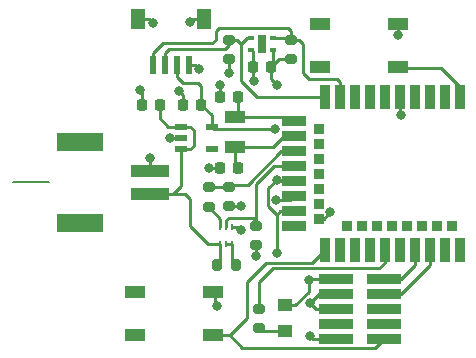
<source format=gbr>
%TF.GenerationSoftware,KiCad,Pcbnew,7.0.11-7.0.11~ubuntu22.04.1*%
%TF.CreationDate,2024-06-09T19:30:32+02:00*%
%TF.ProjectId,E73-2G4M08S1C-52840,4537332d-3247-4344-9d30-385331432d35,rev?*%
%TF.SameCoordinates,Original*%
%TF.FileFunction,Copper,L1,Top*%
%TF.FilePolarity,Positive*%
%FSLAX46Y46*%
G04 Gerber Fmt 4.6, Leading zero omitted, Abs format (unit mm)*
G04 Created by KiCad (PCBNEW 7.0.11-7.0.11~ubuntu22.04.1) date 2024-06-09 19:30:32*
%MOMM*%
%LPD*%
G01*
G04 APERTURE LIST*
G04 Aperture macros list*
%AMRoundRect*
0 Rectangle with rounded corners*
0 $1 Rounding radius*
0 $2 $3 $4 $5 $6 $7 $8 $9 X,Y pos of 4 corners*
0 Add a 4 corners polygon primitive as box body*
4,1,4,$2,$3,$4,$5,$6,$7,$8,$9,$2,$3,0*
0 Add four circle primitives for the rounded corners*
1,1,$1+$1,$2,$3*
1,1,$1+$1,$4,$5*
1,1,$1+$1,$6,$7*
1,1,$1+$1,$8,$9*
0 Add four rect primitives between the rounded corners*
20,1,$1+$1,$2,$3,$4,$5,0*
20,1,$1+$1,$4,$5,$6,$7,0*
20,1,$1+$1,$6,$7,$8,$9,0*
20,1,$1+$1,$8,$9,$2,$3,0*%
G04 Aperture macros list end*
%TA.AperFunction,NonConductor*%
%ADD10C,0.200000*%
%TD*%
%TA.AperFunction,SMDPad,CuDef*%
%ADD11R,1.250000X1.000000*%
%TD*%
%TA.AperFunction,SMDPad,CuDef*%
%ADD12R,1.700000X1.000000*%
%TD*%
%TA.AperFunction,SMDPad,CuDef*%
%ADD13RoundRect,0.200000X-0.275000X0.200000X-0.275000X-0.200000X0.275000X-0.200000X0.275000X0.200000X0*%
%TD*%
%TA.AperFunction,SMDPad,CuDef*%
%ADD14R,0.700000X1.600000*%
%TD*%
%TA.AperFunction,SMDPad,CuDef*%
%ADD15R,0.550000X0.350000*%
%TD*%
%TA.AperFunction,SMDPad,CuDef*%
%ADD16R,0.280000X0.550000*%
%TD*%
%TA.AperFunction,SMDPad,CuDef*%
%ADD17RoundRect,0.200000X0.275000X-0.200000X0.275000X0.200000X-0.275000X0.200000X-0.275000X-0.200000X0*%
%TD*%
%TA.AperFunction,SMDPad,CuDef*%
%ADD18R,1.000000X0.600000*%
%TD*%
%TA.AperFunction,SMDPad,CuDef*%
%ADD19RoundRect,0.200000X0.200000X0.275000X-0.200000X0.275000X-0.200000X-0.275000X0.200000X-0.275000X0*%
%TD*%
%TA.AperFunction,SMDPad,CuDef*%
%ADD20RoundRect,0.225000X-0.225000X-0.250000X0.225000X-0.250000X0.225000X0.250000X-0.225000X0.250000X0*%
%TD*%
%TA.AperFunction,SMDPad,CuDef*%
%ADD21RoundRect,0.225000X0.225000X0.250000X-0.225000X0.250000X-0.225000X-0.250000X0.225000X-0.250000X0*%
%TD*%
%TA.AperFunction,SMDPad,CuDef*%
%ADD22R,1.200000X1.800000*%
%TD*%
%TA.AperFunction,SMDPad,CuDef*%
%ADD23R,0.600000X1.550000*%
%TD*%
%TA.AperFunction,SMDPad,CuDef*%
%ADD24R,1.700000X1.050000*%
%TD*%
%TA.AperFunction,SMDPad,CuDef*%
%ADD25R,0.900000X2.000000*%
%TD*%
%TA.AperFunction,SMDPad,CuDef*%
%ADD26R,0.900000X0.900000*%
%TD*%
%TA.AperFunction,SMDPad,CuDef*%
%ADD27R,2.000000X0.900000*%
%TD*%
%TA.AperFunction,SMDPad,CuDef*%
%ADD28R,4.000000X1.500000*%
%TD*%
%TA.AperFunction,SMDPad,CuDef*%
%ADD29R,3.250000X1.000000*%
%TD*%
%TA.AperFunction,SMDPad,CuDef*%
%ADD30R,3.000000X0.900000*%
%TD*%
%TA.AperFunction,ViaPad*%
%ADD31C,0.800000*%
%TD*%
%TA.AperFunction,Conductor*%
%ADD32C,0.250000*%
%TD*%
G04 APERTURE END LIST*
D10*
X-500000Y-15000000D02*
X-3600000Y-15000000D01*
D11*
%TO.P,LED1,2,A*%
%TO.N,nRF_VDD*%
X19500000Y-25400000D03*
%TO.P,LED1,1,K*%
%TO.N,Net-(LED1-K)*%
X19500000Y-27600000D03*
%TD*%
D12*
%TO.P,RESET1,1,A*%
%TO.N,unconnected-(RESET1-A-Pad1)*%
X6800000Y-24250000D03*
%TO.P,RESET1,2,B*%
%TO.N,GND*%
X13400000Y-24250000D03*
%TO.P,RESET1,3,C*%
%TO.N,unconnected-(RESET1-C-Pad3)*%
X6800000Y-27950000D03*
%TO.P,RESET1,4,D*%
%TO.N,RESET*%
X13400000Y-27950000D03*
%TD*%
%TO.P,SW1,1,A*%
%TO.N,unconnected-(SW1-A-Pad1)*%
X22400000Y-1550000D03*
%TO.P,SW1,2,B*%
%TO.N,GND*%
X29000000Y-1550000D03*
%TO.P,SW1,3,C*%
%TO.N,unconnected-(SW1-C-Pad3)*%
X22400000Y-5250000D03*
%TO.P,SW1,4,D*%
%TO.N,BTN1*%
X29000000Y-5250000D03*
%TD*%
D13*
%TO.P,R9,2*%
%TO.N,GND*%
X14750000Y-17000000D03*
%TO.P,R9,1*%
%TO.N,BAT_READ*%
X14750000Y-15350000D03*
%TD*%
D14*
%TO.P,U3,5,EP*%
%TO.N,unconnected-(U3-EP-Pad5)*%
X17500000Y-3250000D03*
D15*
%TO.P,U3,4,VSS*%
%TO.N,GND*%
X16580000Y-3750000D03*
%TO.P,U3,3,SDA*%
%TO.N,SDA*%
X16580000Y-2750000D03*
%TO.P,U3,2,SCL*%
%TO.N,SCL*%
X18420000Y-2750000D03*
%TO.P,U3,1,VDD*%
%TO.N,nRF_VDD*%
X18420000Y-3750000D03*
%TD*%
D16*
%TO.P,Q1,6,D1*%
%TO.N,Net-(Q1-D1)*%
X15000000Y-20220000D03*
%TO.P,Q1,5,G2*%
X14500000Y-20220000D03*
%TO.P,Q1,4,S2*%
%TO.N,VBAT*%
X14000000Y-20220000D03*
%TO.P,Q1,3,D2*%
%TO.N,Net-(Q1-D2)*%
X14000000Y-18780000D03*
%TO.P,Q1,2,G1*%
%TO.N,BAT_MON_EN*%
X14500000Y-18780000D03*
%TO.P,Q1,1,S1*%
%TO.N,GND*%
X15000000Y-18780000D03*
%TD*%
D17*
%TO.P,R4,2*%
%TO.N,LED1*%
X17250000Y-25675000D03*
%TO.P,R4,1*%
%TO.N,Net-(LED1-K)*%
X17250000Y-27325000D03*
%TD*%
D13*
%TO.P,R3,2*%
%TO.N,GND*%
X17000000Y-20325000D03*
%TO.P,R3,1*%
%TO.N,BAT_MON_EN*%
X17000000Y-18675000D03*
%TD*%
D18*
%TO.P,LDO1,5,OUT*%
%TO.N,nRF_VDD*%
X13300000Y-10300000D03*
%TO.P,LDO1,4,NC*%
%TO.N,unconnected-(LDO1-NC-Pad4)*%
X13300000Y-12200000D03*
%TO.P,LDO1,3,EN*%
%TO.N,VBAT*%
X10700000Y-12200000D03*
%TO.P,LDO1,2,GND*%
%TO.N,GND*%
X10700000Y-11250000D03*
%TO.P,LDO1,1,IN*%
%TO.N,VBAT*%
X10700000Y-10300000D03*
%TD*%
D19*
%TO.P,R10,2*%
%TO.N,VBAT*%
X13675000Y-22000000D03*
%TO.P,R10,1*%
%TO.N,Net-(Q1-D1)*%
X15325000Y-22000000D03*
%TD*%
D20*
%TO.P,C5,2*%
%TO.N,XL2*%
X15525000Y-13750000D03*
%TO.P,C5,1*%
%TO.N,GND*%
X13975000Y-13750000D03*
%TD*%
D21*
%TO.P,C3,2*%
%TO.N,GND*%
X16725000Y-5250000D03*
%TO.P,C3,1*%
%TO.N,nRF_VDD*%
X18275000Y-5250000D03*
%TD*%
D17*
%TO.P,R6,2*%
%TO.N,SCL*%
X20000000Y-2925000D03*
%TO.P,R6,1*%
%TO.N,nRF_VDD*%
X20000000Y-4575000D03*
%TD*%
D22*
%TO.P,CN2,6,6*%
%TO.N,GND*%
X12600000Y-1160000D03*
%TO.P,CN2,5,5*%
X7000000Y-1160000D03*
D23*
%TO.P,CN2,4,4*%
%TO.N,SCL*%
X8300000Y-5040000D03*
%TO.P,CN2,3,3*%
%TO.N,SDA*%
X9300000Y-5040000D03*
%TO.P,CN2,2,2*%
%TO.N,nRF_VDD*%
X10300000Y-5040000D03*
%TO.P,CN2,1,1*%
%TO.N,GND*%
X11300000Y-5040000D03*
%TD*%
D21*
%TO.P,C1,2*%
%TO.N,GND*%
X7325000Y-8400000D03*
%TO.P,C1,1*%
%TO.N,VBAT*%
X8875000Y-8400000D03*
%TD*%
D17*
%TO.P,R7,2*%
%TO.N,BAT_READ*%
X13000000Y-15425000D03*
%TO.P,R7,1*%
%TO.N,Net-(Q1-D2)*%
X13000000Y-17075000D03*
%TD*%
%TO.P,R5,2*%
%TO.N,SDA*%
X14750000Y-2925000D03*
%TO.P,R5,1*%
%TO.N,nRF_VDD*%
X14750000Y-4575000D03*
%TD*%
D24*
%TO.P,X2,2,2*%
%TO.N,XL2*%
X15250000Y-12020000D03*
%TO.P,X2,1,1*%
%TO.N,XL1*%
X15250000Y-9480000D03*
%TD*%
D25*
%TO.P,U1,43,NF2*%
%TO.N,unconnected-(U1-NF2-Pad43)*%
X34260000Y-20750000D03*
D26*
%TO.P,U1,42,P1.06*%
%TO.N,unconnected-(U1-P1.06-Pad42)*%
X33630000Y-18650000D03*
D25*
%TO.P,U1,41,NF1*%
%TO.N,unconnected-(U1-NF1-Pad41)*%
X32990000Y-20750000D03*
D26*
%TO.P,U1,40,P1.04*%
%TO.N,unconnected-(U1-P1.04-Pad40)*%
X32360000Y-18660000D03*
D25*
%TO.P,U1,39,SWC/SWDCLK*%
%TO.N,SWC*%
X31720000Y-20750000D03*
D26*
%TO.P,U1,38,P1.02*%
%TO.N,unconnected-(U1-P1.02-Pad38)*%
X31090000Y-18660000D03*
D25*
%TO.P,U1,37,SWD/SWDIO*%
%TO.N,SWD*%
X30450000Y-20750000D03*
D26*
%TO.P,U1,36,P1.00*%
%TO.N,unconnected-(U1-P1.00-Pad36)*%
X29820000Y-18660000D03*
D25*
%TO.P,U1,35,P0.24*%
%TO.N,unconnected-(U1-P0.24-Pad35)*%
X29180000Y-20750000D03*
D26*
%TO.P,U1,34,P0.22*%
%TO.N,unconnected-(U1-P0.22-Pad34)*%
X28550000Y-18660000D03*
D25*
%TO.P,U1,33,P0.13*%
%TO.N,LED1*%
X27910000Y-20750000D03*
D26*
%TO.P,U1,32,P0.20*%
%TO.N,unconnected-(U1-P0.20-Pad32)*%
X27280000Y-18660000D03*
D25*
%TO.P,U1,31,D+*%
%TO.N,DATA+*%
X26640000Y-20750000D03*
D26*
%TO.P,U1,30,P17*%
%TO.N,unconnected-(U1-P17-Pad30)*%
X26010000Y-18660000D03*
D25*
%TO.P,U1,29,D-*%
%TO.N,DATA-*%
X25370000Y-20750000D03*
D26*
%TO.P,U1,28,P15*%
%TO.N,unconnected-(U1-P15-Pad28)*%
X24740000Y-18660000D03*
D25*
%TO.P,U1,27,VBS*%
%TO.N,unconnected-(U1-VBS-Pad27)*%
X24100000Y-20750000D03*
%TO.P,U1,26,RST*%
%TO.N,RESET*%
X22830000Y-20750000D03*
D27*
%TO.P,U1,25,DCH*%
%TO.N,unconnected-(U1-DCH-Pad25)*%
X20240000Y-18700000D03*
D26*
%TO.P,U1,24,GND*%
%TO.N,GND*%
X22340000Y-18060000D03*
D27*
%TO.P,U1,23,VDH*%
%TO.N,nRF_VDD*%
X20240000Y-17420000D03*
D26*
%TO.P,U1,22,P0.07*%
%TO.N,unconnected-(U1-P0.07-Pad22)*%
X22340000Y-16790000D03*
D27*
%TO.P,U1,21,GND*%
%TO.N,GND*%
X20240000Y-16150000D03*
D26*
%TO.P,U1,20,P12*%
%TO.N,unconnected-(U1-P12-Pad20)*%
X22340000Y-15520000D03*
D27*
%TO.P,U1,19,VCC*%
%TO.N,nRF_VDD*%
X20240000Y-14880000D03*
D26*
%TO.P,U1,18,AI2*%
%TO.N,unconnected-(U1-AI2-Pad18)*%
X22340000Y-14250000D03*
D27*
%TO.P,U1,17,P1.09*%
%TO.N,BAT_MON_EN*%
X20240000Y-13620000D03*
D26*
%TO.P,U1,16,P0.08*%
%TO.N,unconnected-(U1-P0.08-Pad16)*%
X22340000Y-12980000D03*
D27*
%TO.P,U1,15,AI3_P0.05/AIN3*%
%TO.N,BAT_READ*%
X20240000Y-12350000D03*
D26*
%TO.P,U1,14,P0.06*%
%TO.N,unconnected-(U1-P0.06-Pad14)*%
X22340000Y-11710000D03*
D27*
%TO.P,U1,13,XL2*%
%TO.N,XL2*%
X20240000Y-11080000D03*
D26*
%TO.P,U1,12,P0.26*%
%TO.N,unconnected-(U1-P0.26-Pad12)*%
X22340000Y-10440000D03*
D27*
%TO.P,U1,11,XL1*%
%TO.N,XL1*%
X20240000Y-9800000D03*
D25*
%TO.P,U1,10,AI6_P0.30/AIN6*%
%TO.N,SDA*%
X22830000Y-7750000D03*
%TO.P,U1,9,AI7_P0.31/AIN7*%
%TO.N,SCL*%
X24100000Y-7750000D03*
%TO.P,U1,8,AI5_P0.29/AIN5*%
%TO.N,unconnected-(U1-AI5_P0.29{slash}AIN5-Pad8)*%
X25370000Y-7750000D03*
%TO.P,U1,7,AI0_P0.02/AIN0*%
%TO.N,unconnected-(U1-AI0_P0.02{slash}AIN0-Pad7)*%
X26640000Y-7750000D03*
%TO.P,U1,6,P1.13*%
%TO.N,unconnected-(U1-P1.13-Pad6)*%
X27910000Y-7750000D03*
%TO.P,U1,5,GND*%
%TO.N,GND*%
X29180000Y-7750000D03*
%TO.P,U1,4,AI4*%
%TO.N,unconnected-(U1-AI4-Pad4)*%
X30450000Y-7750000D03*
%TO.P,U1,3,P0.03_P0.03/AIN1*%
%TO.N,unconnected-(U1-P0.03_P0.03{slash}AIN1-Pad3)*%
X31750000Y-7750000D03*
%TO.P,U1,2,P1.10*%
%TO.N,unconnected-(U1-P1.10-Pad2)*%
X32990000Y-7750000D03*
%TO.P,U1,1,P1.11*%
%TO.N,BTN1*%
X34260000Y-7750000D03*
%TD*%
D28*
%TO.P,X1,4,4*%
%TO.N,unconnected-(X1-Pad4)*%
X2147500Y-18410000D03*
%TO.P,X1,3,3*%
%TO.N,unconnected-(X1-Pad3)*%
X2147500Y-11590000D03*
D29*
%TO.P,X1,2,P-*%
%TO.N,GND*%
X8027500Y-14000000D03*
%TO.P,X1,1,P+*%
%TO.N,VBAT*%
X8027500Y-16000000D03*
%TD*%
D20*
%TO.P,C4,2*%
%TO.N,XL1*%
X15525000Y-7750000D03*
%TO.P,C4,1*%
%TO.N,GND*%
X13975000Y-7750000D03*
%TD*%
D30*
%TO.P,CN1,10,10*%
%TO.N,RESET*%
X27830000Y-28240000D03*
%TO.P,CN1,9,9*%
%TO.N,GND*%
X23760000Y-28240000D03*
%TO.P,CN1,8,8*%
%TO.N,unconnected-(CN1-Pad8)*%
X27830000Y-26970000D03*
%TO.P,CN1,7,7*%
%TO.N,unconnected-(CN1-Pad7)*%
X23760000Y-26970000D03*
%TO.P,CN1,6,6*%
%TO.N,unconnected-(CN1-Pad6)*%
X27830000Y-25700000D03*
%TO.P,CN1,5,5*%
%TO.N,GND*%
X23760000Y-25700000D03*
%TO.P,CN1,4,4*%
%TO.N,SWC*%
X27830000Y-24430000D03*
%TO.P,CN1,3,3*%
%TO.N,GND*%
X23760000Y-24430000D03*
%TO.P,CN1,2,2*%
%TO.N,SWD*%
X27830000Y-23160000D03*
%TO.P,CN1,1,1*%
%TO.N,nRF_VDD*%
X23760000Y-23160000D03*
%TD*%
D21*
%TO.P,C2,2*%
%TO.N,GND*%
X10825000Y-8400000D03*
%TO.P,C2,1*%
%TO.N,nRF_VDD*%
X12375000Y-8400000D03*
%TD*%
D31*
%TO.N,GND*%
X15750000Y-19000000D03*
X29250000Y-9250000D03*
X12200000Y-5400000D03*
X21600000Y-28000000D03*
X13750000Y-25500000D03*
X14000000Y-6750000D03*
X23311904Y-17534989D03*
X10467751Y-7225104D03*
X11400000Y-1400000D03*
X13000000Y-13750000D03*
X8300000Y-1500000D03*
X7200000Y-7200000D03*
X16833979Y-6436860D03*
X8000000Y-12900000D03*
X9750000Y-11250000D03*
X29000000Y-2500000D03*
X18724500Y-16487701D03*
X15750000Y-17000000D03*
X21600000Y-25200000D03*
X17000000Y-21250000D03*
%TO.N,nRF_VDD*%
X18750000Y-6750000D03*
X18660545Y-10476267D03*
X18750000Y-21000000D03*
X21500000Y-23224500D03*
X18750000Y-14750000D03*
X14750000Y-5750000D03*
%TD*%
D32*
%TO.N,Net-(LED1-K)*%
X17525000Y-27600000D02*
X17250000Y-27325000D01*
X19550000Y-27600000D02*
X17525000Y-27600000D01*
X17525000Y-27350000D02*
X17250000Y-27075000D01*
%TO.N,Net-(Q1-D2)*%
X14000000Y-18075000D02*
X13000000Y-17075000D01*
X14000000Y-18780000D02*
X14000000Y-18075000D01*
%TO.N,GND*%
X29180000Y-9180000D02*
X29250000Y-9250000D01*
X16725000Y-5250000D02*
X16725000Y-3895000D01*
X7960000Y-1160000D02*
X8300000Y-1500000D01*
X12600000Y-1160000D02*
X11640000Y-1160000D01*
X13550000Y-24400000D02*
X13550000Y-25300000D01*
X23760000Y-25700000D02*
X22100000Y-25700000D01*
X14000000Y-7725000D02*
X13975000Y-7750000D01*
X7325000Y-8400000D02*
X7325000Y-7325000D01*
X18724500Y-16487701D02*
X19902299Y-16487701D01*
X22100000Y-25700000D02*
X21600000Y-25200000D01*
X7000000Y-1160000D02*
X7960000Y-1160000D01*
X23760000Y-24430000D02*
X22370000Y-24430000D01*
X13550000Y-25300000D02*
X13750000Y-25500000D01*
X17000000Y-20325000D02*
X17000000Y-21250000D01*
X7325000Y-7325000D02*
X7200000Y-7200000D01*
X29180000Y-7750000D02*
X29180000Y-9180000D01*
X22786893Y-18060000D02*
X23311904Y-17534989D01*
X16725000Y-3895000D02*
X16580000Y-3750000D01*
X19902299Y-16487701D02*
X20240000Y-16150000D01*
X11300000Y-5040000D02*
X11840000Y-5040000D01*
X15000000Y-18780000D02*
X15530000Y-18780000D01*
X10825000Y-7582353D02*
X10825000Y-8400000D01*
X16725000Y-6327881D02*
X16725000Y-5500000D01*
X16833979Y-6436860D02*
X16725000Y-6327881D01*
X16725000Y-5500000D02*
X16580000Y-5355000D01*
X23760000Y-28240000D02*
X21840000Y-28240000D01*
X14000000Y-6750000D02*
X14000000Y-7725000D01*
X22370000Y-24430000D02*
X21600000Y-25200000D01*
X10467751Y-7225104D02*
X10825000Y-7582353D01*
X11840000Y-5040000D02*
X12200000Y-5400000D01*
X8027500Y-12927500D02*
X8000000Y-12900000D01*
X29000000Y-2500000D02*
X29050000Y-2450000D01*
X10700000Y-11250000D02*
X9750000Y-11250000D01*
X29050000Y-2450000D02*
X29050000Y-1400000D01*
X8027500Y-14000000D02*
X8027500Y-12927500D01*
X11640000Y-1160000D02*
X11400000Y-1400000D01*
X21840000Y-28240000D02*
X21600000Y-28000000D01*
X14750000Y-17000000D02*
X15750000Y-17000000D01*
X13975000Y-13750000D02*
X13000000Y-13750000D01*
X15530000Y-18780000D02*
X15750000Y-19000000D01*
X22340000Y-18060000D02*
X22786893Y-18060000D01*
%TO.N,Net-(Q1-D1)*%
X15000000Y-20220000D02*
X14500000Y-20220000D01*
X15000000Y-20220000D02*
X15000000Y-21675000D01*
X15000000Y-21675000D02*
X15325000Y-22000000D01*
%TO.N,XL1*%
X19920000Y-9480000D02*
X20240000Y-9800000D01*
X15250000Y-9480000D02*
X19920000Y-9480000D01*
X15525000Y-9205000D02*
X15250000Y-9480000D01*
X15525000Y-7750000D02*
X15525000Y-9205000D01*
%TO.N,XL2*%
X20240000Y-11080000D02*
X19420000Y-11080000D01*
X18480000Y-12020000D02*
X15250000Y-12020000D01*
X15250000Y-12020000D02*
X15250000Y-13475000D01*
X15250000Y-13475000D02*
X15525000Y-13750000D01*
X19420000Y-11080000D02*
X18480000Y-12020000D01*
%TO.N,RESET*%
X14800000Y-27950000D02*
X16250000Y-26500000D01*
X16250000Y-26500000D02*
X16250000Y-23450000D01*
X16250000Y-23450000D02*
X17900000Y-21800000D01*
X27055000Y-29015000D02*
X15865000Y-29015000D01*
X13700000Y-27950000D02*
X14800000Y-27950000D01*
X27830000Y-28240000D02*
X27055000Y-29015000D01*
X17900000Y-21800000D02*
X21780000Y-21800000D01*
X15865000Y-29015000D02*
X14800000Y-27950000D01*
X21780000Y-21800000D02*
X22830000Y-20750000D01*
%TO.N,LED1*%
X18450000Y-22250000D02*
X17250000Y-23450000D01*
X27910000Y-21790000D02*
X27450000Y-22250000D01*
X27910000Y-21415000D02*
X27910000Y-21790000D01*
X17250000Y-23450000D02*
X17250000Y-25425000D01*
X27450000Y-22250000D02*
X18450000Y-22250000D01*
%TO.N,BAT_MON_EN*%
X18516396Y-13620000D02*
X17000000Y-15136396D01*
X14500000Y-18215000D02*
X14715000Y-18000000D01*
X14500000Y-18780000D02*
X14500000Y-18215000D01*
X16750000Y-18000000D02*
X17000000Y-18250000D01*
X20240000Y-13620000D02*
X18516396Y-13620000D01*
X14715000Y-18000000D02*
X16750000Y-18000000D01*
X17000000Y-18250000D02*
X17000000Y-18675000D01*
X17000000Y-15136396D02*
X17000000Y-18250000D01*
%TO.N,SCL*%
X24100000Y-7750000D02*
X24100000Y-6500000D01*
X21000000Y-3250000D02*
X20675000Y-2925000D01*
X9115000Y-3200000D02*
X13300000Y-3200000D01*
X13900000Y-1900000D02*
X19700000Y-1900000D01*
X24100000Y-6500000D02*
X23850000Y-6250000D01*
X20000000Y-2200000D02*
X20000000Y-2925000D01*
X13600000Y-2200000D02*
X13900000Y-1900000D01*
X21500000Y-6250000D02*
X21000000Y-5750000D01*
X8300000Y-4015000D02*
X9115000Y-3200000D01*
X23850000Y-6250000D02*
X21500000Y-6250000D01*
X20675000Y-2925000D02*
X20000000Y-2925000D01*
X18420000Y-2750000D02*
X19825000Y-2750000D01*
X19825000Y-2750000D02*
X20000000Y-2925000D01*
X13300000Y-3200000D02*
X13600000Y-2900000D01*
X21000000Y-5750000D02*
X21000000Y-3250000D01*
X19700000Y-1900000D02*
X20000000Y-2200000D01*
X8300000Y-5040000D02*
X8300000Y-4015000D01*
X13600000Y-2900000D02*
X13600000Y-2200000D01*
%TO.N,SDA*%
X9615000Y-3700000D02*
X9300000Y-4015000D01*
X22830000Y-7750000D02*
X17121814Y-7750000D01*
X14375000Y-3700000D02*
X9615000Y-3700000D01*
X16580000Y-2750000D02*
X16250000Y-2750000D01*
X14925000Y-2750000D02*
X14750000Y-2925000D01*
X15750000Y-6378186D02*
X15750000Y-3250000D01*
X14750000Y-2925000D02*
X14750000Y-3325000D01*
X15425000Y-2925000D02*
X14750000Y-2925000D01*
X17121814Y-7750000D02*
X15750000Y-6378186D01*
X15750000Y-3250000D02*
X15425000Y-2925000D01*
X14750000Y-3325000D02*
X14375000Y-3700000D01*
X9300000Y-4015000D02*
X9300000Y-5040000D01*
X15750000Y-3250000D02*
X16250000Y-2750000D01*
%TO.N,SWD*%
X30450000Y-22000000D02*
X29290000Y-23160000D01*
X30450000Y-20750000D02*
X30450000Y-22000000D01*
X29290000Y-23160000D02*
X27830000Y-23160000D01*
%TO.N,SWC*%
X29290000Y-24430000D02*
X27830000Y-24430000D01*
X31720000Y-20750000D02*
X31720000Y-22000000D01*
X31720000Y-22000000D02*
X29290000Y-24430000D01*
%TO.N,nRF_VDD*%
X12100000Y-6600000D02*
X12375000Y-6875000D01*
X10300000Y-6065000D02*
X10835000Y-6600000D01*
X19550000Y-25400000D02*
X20350000Y-25400000D01*
X18750000Y-17750000D02*
X19080000Y-17420000D01*
X18750000Y-21000000D02*
X18750000Y-17750000D01*
X12375000Y-6875000D02*
X12375000Y-8400000D01*
X13500000Y-10500000D02*
X13300000Y-10300000D01*
X13250000Y-10250000D02*
X13300000Y-10300000D01*
X21564500Y-23160000D02*
X21500000Y-23224500D01*
X19080000Y-17420000D02*
X20240000Y-17420000D01*
X18275000Y-5500000D02*
X18420000Y-5355000D01*
X18000000Y-15500000D02*
X18750000Y-14750000D01*
X18420000Y-3750000D02*
X18420000Y-5105000D01*
X18750000Y-14750000D02*
X18880000Y-14880000D01*
X12375000Y-8400000D02*
X13250000Y-9275000D01*
X18750000Y-6750000D02*
X18275000Y-6275000D01*
X20350000Y-25400000D02*
X21500000Y-24250000D01*
X13250000Y-9275000D02*
X13250000Y-10250000D01*
X21500000Y-24250000D02*
X21500000Y-23224500D01*
X18750000Y-17750000D02*
X18000000Y-17000000D01*
X23760000Y-23160000D02*
X21564500Y-23160000D01*
X10835000Y-6600000D02*
X12100000Y-6600000D01*
X10300000Y-5040000D02*
X10300000Y-6065000D01*
X18660545Y-10476267D02*
X18636812Y-10500000D01*
X20000000Y-4575000D02*
X18950000Y-4575000D01*
X18275000Y-6275000D02*
X18275000Y-5500000D01*
X18950000Y-4575000D02*
X18275000Y-5250000D01*
X18880000Y-14880000D02*
X20240000Y-14880000D01*
X14750000Y-5750000D02*
X14750000Y-4575000D01*
X18000000Y-17000000D02*
X18000000Y-15500000D01*
X18636812Y-10500000D02*
X13500000Y-10500000D01*
X18420000Y-5105000D02*
X18275000Y-5250000D01*
%TO.N,BTN1*%
X34260000Y-6920000D02*
X32690000Y-5350000D01*
X32690000Y-5350000D02*
X29050000Y-5350000D01*
%TO.N,VBAT*%
X10700000Y-10300000D02*
X9600000Y-10300000D01*
X10700000Y-10300000D02*
X11450000Y-10300000D01*
X14000000Y-20220000D02*
X14000000Y-21675000D01*
X11400000Y-18700000D02*
X12920000Y-20220000D01*
X10700000Y-12200000D02*
X10700000Y-15300000D01*
X11750000Y-10600000D02*
X11750000Y-11900000D01*
X9600000Y-10300000D02*
X8875000Y-9575000D01*
X8027500Y-16000000D02*
X11000000Y-16000000D01*
X12920000Y-20220000D02*
X14000000Y-20220000D01*
X11450000Y-10300000D02*
X11750000Y-10600000D01*
X11400000Y-16400000D02*
X11400000Y-18700000D01*
X8875000Y-9575000D02*
X8875000Y-8400000D01*
X10000000Y-16000000D02*
X8027500Y-16000000D01*
X10700000Y-15300000D02*
X10000000Y-16000000D01*
X11000000Y-16000000D02*
X11400000Y-16400000D01*
X11450000Y-12200000D02*
X10700000Y-12200000D01*
X11750000Y-11900000D02*
X11450000Y-12200000D01*
X14000000Y-21675000D02*
X13675000Y-22000000D01*
%TO.N,BAT_READ*%
X13000000Y-15425000D02*
X14675000Y-15425000D01*
X14675000Y-15425000D02*
X14750000Y-15350000D01*
X14925000Y-15175000D02*
X14750000Y-15350000D01*
X16325000Y-15175000D02*
X14925000Y-15175000D01*
X19150000Y-12350000D02*
X16325000Y-15175000D01*
X20240000Y-12350000D02*
X19150000Y-12350000D01*
%TD*%
M02*

</source>
